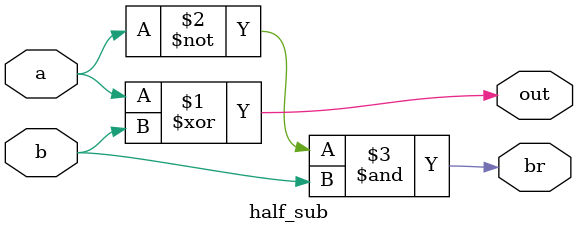
<source format=v>
module half_sub(a, b, out, br);

input a;
input b;

output out;
output br;

assign out = a ^ b;
assign br = ~a & b;

endmodule
</source>
